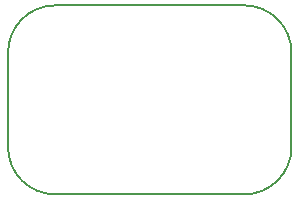
<source format=gm1>
G04 #@! TF.FileFunction,Profile,NP*
%FSLAX46Y46*%
G04 Gerber Fmt 4.6, Leading zero omitted, Abs format (unit mm)*
G04 Created by KiCad (PCBNEW 4.0.1-3.201512221402+6198~38~ubuntu14.04.1-stable) date Tue 01 Mar 2016 12:06:40 PM PST*
%MOMM*%
G01*
G04 APERTURE LIST*
%ADD10C,0.100000*%
%ADD11C,0.150000*%
G04 APERTURE END LIST*
D10*
D11*
X123500000Y-85500000D02*
X123500000Y-93500000D01*
X147500000Y-85500000D02*
X147500000Y-93500000D01*
X143500000Y-97500000D02*
G75*
G03X147500000Y-93500000I0J4000000D01*
G01*
X147500000Y-85500000D02*
G75*
G03X143500000Y-81500000I-4000000J0D01*
G01*
X127500000Y-81500000D02*
G75*
G03X123500000Y-85500000I0J-4000000D01*
G01*
X123500000Y-93500000D02*
G75*
G03X127500000Y-97500000I4000000J0D01*
G01*
X127500000Y-97500000D02*
X143500000Y-97500000D01*
X143500000Y-81500000D02*
X127500000Y-81500000D01*
M02*

</source>
